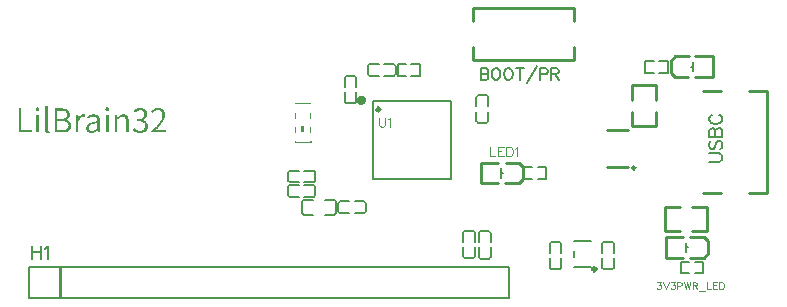
<source format=gto>
G04 Layer: TopSilkscreenLayer*
G04 EasyEDA v6.5.9, 2022-08-17 00:45:25*
G04 3d046d26f260489bb0fd4f172441b01e,e2b945bbd7ed4cf1bff08b0f7bdd4537,10*
G04 Gerber Generator version 0.2*
G04 Scale: 100 percent, Rotated: No, Reflected: No *
G04 Dimensions in millimeters *
G04 leading zeros omitted , absolute positions ,4 integer and 5 decimal *
%FSLAX45Y45*%
%MOMM*%

%ADD10C,0.1000*%
%ADD11C,0.1524*%
%ADD12C,0.2540*%
%ADD13C,0.2030*%
%ADD14C,0.2000*%
%ADD15C,0.1520*%
%ADD16C,0.2032*%
%ADD17C,0.4000*%
%ADD18C,0.3000*%
%ADD19C,0.0134*%

%LPD*%
G36*
X160680Y9790734D02*
G01*
X160680Y9595916D01*
X160985Y9588804D01*
X162102Y9582556D01*
X163880Y9577171D01*
X166522Y9572752D01*
X169926Y9569246D01*
X174142Y9566706D01*
X179273Y9565182D01*
X185318Y9564674D01*
X189585Y9564776D01*
X196138Y9565741D01*
X199034Y9566452D01*
X195732Y9584232D01*
X192379Y9583775D01*
X190398Y9583724D01*
X187553Y9584283D01*
X185318Y9586163D01*
X183794Y9589363D01*
X183286Y9594138D01*
X183286Y9790734D01*
G37*
G36*
X96926Y9782860D02*
G01*
X90474Y9781743D01*
X85496Y9778593D01*
X82296Y9773716D01*
X81178Y9767366D01*
X82296Y9760813D01*
X85496Y9755835D01*
X90474Y9752685D01*
X96926Y9751618D01*
X103124Y9752685D01*
X108102Y9755835D01*
X111455Y9760813D01*
X112674Y9767366D01*
X111455Y9773716D01*
X108102Y9778593D01*
X103124Y9781743D01*
G37*
G36*
X686968Y9782860D02*
G01*
X680516Y9781743D01*
X675538Y9778593D01*
X672338Y9773716D01*
X671220Y9767366D01*
X672338Y9760813D01*
X675538Y9755835D01*
X680516Y9752685D01*
X686968Y9751618D01*
X693267Y9752685D01*
X698246Y9755835D01*
X701497Y9760813D01*
X702716Y9767366D01*
X701497Y9773716D01*
X698246Y9778593D01*
X693267Y9781743D01*
G37*
G36*
X965606Y9776510D02*
G01*
X959866Y9776256D01*
X954328Y9775647D01*
X949045Y9774631D01*
X943914Y9773259D01*
X938987Y9771583D01*
X934262Y9769551D01*
X929690Y9767265D01*
X925271Y9764725D01*
X916940Y9758934D01*
X909218Y9752380D01*
X921664Y9737648D01*
X926084Y9741865D01*
X930859Y9745675D01*
X935888Y9749129D01*
X941222Y9752076D01*
X946810Y9754463D01*
X952601Y9756292D01*
X958646Y9757460D01*
X964844Y9757968D01*
X972718Y9757257D01*
X979728Y9755378D01*
X985875Y9752431D01*
X991006Y9748469D01*
X995121Y9743592D01*
X998169Y9737852D01*
X999998Y9731349D01*
X1000658Y9724186D01*
X1000302Y9718548D01*
X999337Y9713214D01*
X997610Y9708184D01*
X995171Y9703460D01*
X991920Y9699142D01*
X987806Y9695281D01*
X982827Y9691878D01*
X976884Y9688982D01*
X969975Y9686645D01*
X962050Y9684969D01*
X953058Y9683902D01*
X943000Y9683546D01*
X943000Y9665766D01*
X951534Y9665563D01*
X959408Y9664954D01*
X966571Y9663988D01*
X973124Y9662718D01*
X979068Y9661042D01*
X984351Y9659061D01*
X989025Y9656724D01*
X993190Y9654082D01*
X996746Y9651187D01*
X999794Y9647986D01*
X1002284Y9644481D01*
X1004316Y9640773D01*
X1005840Y9636810D01*
X1006906Y9632594D01*
X1007567Y9628174D01*
X1007770Y9623602D01*
X1007364Y9617608D01*
X1006297Y9612071D01*
X1004569Y9606940D01*
X1002233Y9602317D01*
X999236Y9598101D01*
X995730Y9594392D01*
X991717Y9591243D01*
X987196Y9588550D01*
X982268Y9586468D01*
X976884Y9584944D01*
X971143Y9584029D01*
X965098Y9583724D01*
X956360Y9584232D01*
X948385Y9585706D01*
X941171Y9587941D01*
X934618Y9590938D01*
X928573Y9594494D01*
X923086Y9598507D01*
X918006Y9602825D01*
X913282Y9607346D01*
X901598Y9592614D01*
X905002Y9589058D01*
X908761Y9585604D01*
X912825Y9582251D01*
X917194Y9579051D01*
X921918Y9576054D01*
X926998Y9573310D01*
X932484Y9570821D01*
X938377Y9568738D01*
X944676Y9567011D01*
X951433Y9565741D01*
X958646Y9564928D01*
X966368Y9564674D01*
X972972Y9564928D01*
X979373Y9565640D01*
X985570Y9566910D01*
X991514Y9568637D01*
X997102Y9570821D01*
X1002436Y9573463D01*
X1007364Y9576562D01*
X1011885Y9580067D01*
X1016050Y9584029D01*
X1019708Y9588398D01*
X1022908Y9593173D01*
X1025601Y9598304D01*
X1027734Y9603841D01*
X1029309Y9609734D01*
X1030274Y9615982D01*
X1030630Y9622586D01*
X1030224Y9629444D01*
X1029055Y9635947D01*
X1027176Y9641941D01*
X1024636Y9647529D01*
X1021537Y9652660D01*
X1017828Y9657283D01*
X1013663Y9661499D01*
X1009040Y9665157D01*
X1004011Y9668357D01*
X998677Y9671050D01*
X993038Y9673234D01*
X987196Y9674910D01*
X987196Y9676180D01*
X992479Y9678263D01*
X997458Y9680702D01*
X1002131Y9683546D01*
X1006348Y9686747D01*
X1010208Y9690303D01*
X1013663Y9694265D01*
X1016609Y9698583D01*
X1019098Y9703257D01*
X1021130Y9708286D01*
X1022553Y9713722D01*
X1023467Y9719513D01*
X1023772Y9725710D01*
X1023467Y9731552D01*
X1022603Y9737140D01*
X1021232Y9742373D01*
X1019403Y9747250D01*
X1017016Y9751771D01*
X1014171Y9755936D01*
X1010919Y9759746D01*
X1007262Y9763201D01*
X1003147Y9766249D01*
X998728Y9768941D01*
X993952Y9771227D01*
X988821Y9773107D01*
X983386Y9774580D01*
X977696Y9775647D01*
X971753Y9776256D01*
G37*
G36*
X1117244Y9776510D02*
G01*
X1111046Y9776256D01*
X1105154Y9775494D01*
X1099566Y9774326D01*
X1094181Y9772650D01*
X1089101Y9770618D01*
X1084173Y9768179D01*
X1079449Y9765334D01*
X1074877Y9762185D01*
X1070457Y9758680D01*
X1066139Y9754920D01*
X1057808Y9746538D01*
X1071270Y9733584D01*
X1075791Y9738563D01*
X1080566Y9743186D01*
X1085646Y9747300D01*
X1090980Y9750907D01*
X1096619Y9753854D01*
X1102461Y9756089D01*
X1108557Y9757460D01*
X1114958Y9757968D01*
X1121257Y9757562D01*
X1126947Y9756495D01*
X1132128Y9754717D01*
X1136700Y9752330D01*
X1140714Y9749332D01*
X1144168Y9745827D01*
X1147064Y9741814D01*
X1149400Y9737344D01*
X1151229Y9732467D01*
X1152499Y9727184D01*
X1153312Y9721646D01*
X1153566Y9715804D01*
X1153109Y9708083D01*
X1151737Y9700158D01*
X1149502Y9692030D01*
X1146302Y9683648D01*
X1142136Y9675012D01*
X1137005Y9666071D01*
X1130909Y9656876D01*
X1123797Y9647275D01*
X1115669Y9637420D01*
X1106525Y9627108D01*
X1096365Y9616440D01*
X1085088Y9605365D01*
X1072743Y9593884D01*
X1059332Y9581946D01*
X1059332Y9568230D01*
X1185824Y9568230D01*
X1185824Y9587788D01*
X1119022Y9587687D01*
X1102004Y9586823D01*
X1093622Y9586010D01*
X1105712Y9597644D01*
X1117092Y9609124D01*
X1127556Y9620402D01*
X1137158Y9631527D01*
X1145844Y9642500D01*
X1153515Y9653371D01*
X1160119Y9664090D01*
X1163066Y9669424D01*
X1168044Y9680041D01*
X1170076Y9685274D01*
X1173276Y9695738D01*
X1175258Y9706152D01*
X1175918Y9716566D01*
X1175613Y9723221D01*
X1174851Y9729571D01*
X1173581Y9735566D01*
X1171854Y9741255D01*
X1169619Y9746538D01*
X1166926Y9751466D01*
X1163777Y9755987D01*
X1160170Y9760153D01*
X1156157Y9763861D01*
X1151737Y9767112D01*
X1146911Y9769906D01*
X1141730Y9772243D01*
X1136142Y9774072D01*
X1130198Y9775393D01*
X1123848Y9776206D01*
G37*
G36*
X-62331Y9772700D02*
G01*
X-62331Y9568230D01*
X51460Y9568230D01*
X51460Y9587788D01*
X-39217Y9587788D01*
X-39217Y9772700D01*
G37*
G36*
X240690Y9772700D02*
G01*
X240690Y9754412D01*
X296570Y9754412D01*
X304495Y9754209D01*
X311759Y9753600D01*
X318363Y9752533D01*
X324256Y9751009D01*
X329488Y9749028D01*
X334060Y9746538D01*
X337972Y9743541D01*
X341122Y9739985D01*
X343611Y9735870D01*
X345389Y9731146D01*
X346506Y9725812D01*
X346862Y9719868D01*
X346506Y9714687D01*
X345541Y9709861D01*
X343916Y9705390D01*
X341579Y9701326D01*
X338531Y9697669D01*
X334721Y9694468D01*
X330200Y9691674D01*
X324815Y9689338D01*
X318668Y9687509D01*
X311658Y9686137D01*
X303784Y9685324D01*
X295046Y9685070D01*
X263804Y9685070D01*
X263804Y9754412D01*
X240690Y9754412D01*
X240690Y9667036D01*
X300634Y9667036D01*
X309575Y9666782D01*
X317804Y9666020D01*
X325374Y9664750D01*
X332232Y9662972D01*
X338378Y9660636D01*
X343712Y9657791D01*
X348335Y9654387D01*
X352145Y9650425D01*
X355142Y9645904D01*
X357276Y9640824D01*
X358597Y9635185D01*
X359054Y9628936D01*
X358800Y9623653D01*
X358038Y9618726D01*
X356768Y9614154D01*
X354990Y9609988D01*
X352806Y9606178D01*
X350113Y9602724D01*
X347014Y9599625D01*
X343458Y9596882D01*
X339445Y9594443D01*
X335076Y9592411D01*
X330250Y9590633D01*
X325069Y9589211D01*
X319481Y9588144D01*
X313537Y9587382D01*
X307238Y9586925D01*
X300634Y9586772D01*
X263804Y9586772D01*
X263804Y9667036D01*
X240690Y9667036D01*
X240690Y9568230D01*
X304190Y9568230D01*
X310946Y9568383D01*
X317500Y9568789D01*
X323799Y9569551D01*
X329895Y9570567D01*
X335686Y9571939D01*
X341172Y9573564D01*
X346405Y9575495D01*
X351282Y9577730D01*
X355904Y9580270D01*
X360121Y9583115D01*
X364032Y9586214D01*
X367588Y9589668D01*
X370789Y9593376D01*
X373583Y9597440D01*
X376021Y9601758D01*
X378002Y9606381D01*
X379577Y9611309D01*
X380695Y9616541D01*
X381406Y9622078D01*
X381660Y9627920D01*
X381304Y9634626D01*
X380238Y9640925D01*
X378561Y9646716D01*
X376224Y9652000D01*
X373329Y9656876D01*
X369874Y9661194D01*
X365861Y9665055D01*
X361391Y9668459D01*
X356463Y9671354D01*
X351078Y9673793D01*
X345338Y9675723D01*
X339242Y9677196D01*
X339242Y9678212D01*
X346151Y9681159D01*
X352247Y9685070D01*
X357479Y9689795D01*
X361797Y9695281D01*
X365201Y9701377D01*
X367690Y9708032D01*
X369214Y9715144D01*
X369722Y9722662D01*
X369366Y9729063D01*
X368401Y9735007D01*
X366826Y9740442D01*
X364642Y9745472D01*
X361899Y9749993D01*
X358597Y9754108D01*
X354736Y9757765D01*
X350418Y9761016D01*
X345541Y9763810D01*
X340258Y9766249D01*
X334518Y9768230D01*
X328320Y9769856D01*
X321767Y9771126D01*
X314807Y9771989D01*
X307492Y9772497D01*
X299872Y9772700D01*
G37*
G36*
X485038Y9722916D02*
G01*
X478739Y9722307D01*
X472592Y9720630D01*
X466699Y9717938D01*
X461111Y9714280D01*
X455828Y9709759D01*
X450900Y9704374D01*
X446379Y9698228D01*
X442366Y9691420D01*
X441350Y9691420D01*
X439318Y9719106D01*
X420776Y9719106D01*
X420776Y9568230D01*
X443382Y9568230D01*
X443382Y9666528D01*
X447497Y9675622D01*
X452018Y9683242D01*
X456844Y9689439D01*
X461822Y9694316D01*
X467004Y9697974D01*
X472135Y9700463D01*
X477266Y9701885D01*
X482244Y9702342D01*
X486206Y9702190D01*
X489610Y9701733D01*
X496468Y9699802D01*
X501040Y9719614D01*
X497281Y9721189D01*
X493471Y9722205D01*
X489458Y9722713D01*
G37*
G36*
X574700Y9722916D02*
G01*
X568655Y9722662D01*
X562762Y9722053D01*
X557072Y9721037D01*
X546252Y9718090D01*
X536295Y9714230D01*
X527304Y9709810D01*
X516026Y9703104D01*
X525170Y9687356D01*
X534670Y9693402D01*
X540004Y9696196D01*
X545642Y9698786D01*
X551637Y9700920D01*
X557885Y9702647D01*
X564388Y9703714D01*
X571144Y9704120D01*
X577189Y9703663D01*
X582523Y9702495D01*
X587146Y9700615D01*
X591058Y9698075D01*
X594360Y9694976D01*
X597052Y9691420D01*
X599186Y9687407D01*
X600811Y9683038D01*
X601980Y9678365D01*
X602742Y9673539D01*
X603097Y9668510D01*
X603148Y9663480D01*
X584758Y9661042D01*
X568553Y9658045D01*
X561187Y9656318D01*
X554380Y9654387D01*
X548081Y9652304D01*
X542239Y9650069D01*
X536905Y9647631D01*
X532079Y9644989D01*
X527761Y9642144D01*
X523900Y9639147D01*
X520496Y9635896D01*
X517601Y9632492D01*
X515162Y9628835D01*
X513181Y9624923D01*
X511606Y9620808D01*
X510540Y9616490D01*
X509879Y9611918D01*
X509729Y9608362D01*
X531774Y9608362D01*
X531977Y9612172D01*
X532638Y9615779D01*
X533755Y9619234D01*
X535381Y9622485D01*
X537565Y9625533D01*
X540258Y9628428D01*
X543560Y9631172D01*
X547420Y9633712D01*
X551942Y9636099D01*
X557123Y9638284D01*
X562914Y9640366D01*
X569468Y9642246D01*
X576732Y9643973D01*
X584758Y9645548D01*
X593547Y9646970D01*
X603148Y9648240D01*
X603148Y9604044D01*
X597509Y9599168D01*
X592074Y9594951D01*
X586689Y9591344D01*
X581406Y9588347D01*
X576122Y9586010D01*
X570788Y9584283D01*
X565302Y9583267D01*
X559714Y9582962D01*
X554024Y9583318D01*
X548792Y9584385D01*
X544068Y9586214D01*
X539902Y9588855D01*
X536498Y9592360D01*
X533958Y9596780D01*
X532333Y9602063D01*
X531774Y9608362D01*
X509729Y9608362D01*
X510032Y9600488D01*
X511200Y9594392D01*
X513029Y9588855D01*
X515518Y9583877D01*
X518617Y9579457D01*
X522274Y9575596D01*
X526491Y9572294D01*
X531164Y9569551D01*
X536244Y9567418D01*
X541680Y9565894D01*
X547522Y9564979D01*
X553618Y9564674D01*
X560578Y9565081D01*
X567436Y9566351D01*
X574090Y9568383D01*
X580593Y9571024D01*
X586943Y9574276D01*
X592988Y9578035D01*
X598830Y9582251D01*
X604418Y9586772D01*
X605180Y9586772D01*
X607212Y9568230D01*
X625754Y9568230D01*
X625754Y9661702D01*
X625551Y9668357D01*
X625043Y9674758D01*
X624179Y9680803D01*
X622909Y9686594D01*
X621284Y9691979D01*
X619201Y9697008D01*
X616762Y9701682D01*
X613918Y9705898D01*
X610616Y9709708D01*
X606907Y9713112D01*
X602742Y9716008D01*
X598068Y9718446D01*
X592988Y9720376D01*
X587400Y9721748D01*
X581304Y9722612D01*
G37*
G36*
X823112Y9722916D02*
G01*
X815594Y9722358D01*
X808532Y9720834D01*
X801776Y9718446D01*
X795426Y9715296D01*
X789279Y9711436D01*
X783437Y9707016D01*
X777798Y9702190D01*
X772312Y9697008D01*
X771550Y9697008D01*
X769264Y9719106D01*
X750722Y9719106D01*
X750722Y9568230D01*
X773328Y9568230D01*
X773328Y9678466D01*
X779018Y9684156D01*
X784453Y9689134D01*
X789686Y9693402D01*
X794816Y9696856D01*
X799947Y9699599D01*
X805180Y9701530D01*
X810666Y9702698D01*
X816508Y9703104D01*
X821436Y9702800D01*
X825906Y9701987D01*
X829919Y9700666D01*
X833424Y9698685D01*
X836523Y9696196D01*
X839165Y9693097D01*
X841349Y9689388D01*
X843127Y9685020D01*
X844499Y9680041D01*
X845464Y9674402D01*
X846023Y9668154D01*
X846226Y9661194D01*
X846226Y9568230D01*
X869340Y9568230D01*
X869340Y9663988D01*
X869137Y9670999D01*
X868629Y9677603D01*
X867765Y9683750D01*
X866546Y9689439D01*
X864920Y9694722D01*
X862990Y9699599D01*
X860704Y9703968D01*
X858012Y9707930D01*
X854964Y9711385D01*
X851560Y9714433D01*
X847750Y9717024D01*
X843584Y9719106D01*
X839063Y9720783D01*
X834136Y9721951D01*
X828802Y9722662D01*
G37*
G36*
X85496Y9719106D02*
G01*
X85496Y9568230D01*
X108102Y9568230D01*
X108102Y9719106D01*
G37*
G36*
X675538Y9719106D02*
G01*
X675538Y9568230D01*
X698144Y9568230D01*
X698144Y9719106D01*
G37*
D10*
X5345341Y8300636D02*
G01*
X5375567Y8300636D01*
X5359057Y8278792D01*
X5367185Y8278792D01*
X5372773Y8275998D01*
X5375567Y8273204D01*
X5378107Y8265076D01*
X5378107Y8259742D01*
X5375567Y8251360D01*
X5369979Y8246026D01*
X5361851Y8243232D01*
X5353723Y8243232D01*
X5345341Y8246026D01*
X5342801Y8248820D01*
X5340007Y8254154D01*
X5396141Y8300636D02*
G01*
X5417985Y8243232D01*
X5439829Y8300636D02*
G01*
X5417985Y8243232D01*
X5463197Y8300636D02*
G01*
X5493169Y8300636D01*
X5476913Y8278792D01*
X5485041Y8278792D01*
X5490629Y8275998D01*
X5493169Y8273204D01*
X5495963Y8265076D01*
X5495963Y8259742D01*
X5493169Y8251360D01*
X5487835Y8246026D01*
X5479707Y8243232D01*
X5471325Y8243232D01*
X5463197Y8246026D01*
X5460657Y8248820D01*
X5457863Y8254154D01*
X5513997Y8300636D02*
G01*
X5513997Y8243232D01*
X5513997Y8300636D02*
G01*
X5538635Y8300636D01*
X5546763Y8297842D01*
X5549557Y8295048D01*
X5552097Y8289714D01*
X5552097Y8281332D01*
X5549557Y8275998D01*
X5546763Y8273204D01*
X5538635Y8270410D01*
X5513997Y8270410D01*
X5570131Y8300636D02*
G01*
X5583847Y8243232D01*
X5597563Y8300636D02*
G01*
X5583847Y8243232D01*
X5597563Y8300636D02*
G01*
X5611025Y8243232D01*
X5624741Y8300636D02*
G01*
X5611025Y8243232D01*
X5642775Y8300636D02*
G01*
X5642775Y8243232D01*
X5642775Y8300636D02*
G01*
X5667159Y8300636D01*
X5675541Y8297842D01*
X5678081Y8295048D01*
X5680875Y8289714D01*
X5680875Y8284126D01*
X5678081Y8278792D01*
X5675541Y8275998D01*
X5667159Y8273204D01*
X5642775Y8273204D01*
X5661825Y8273204D02*
G01*
X5680875Y8243232D01*
X5698909Y8224182D02*
G01*
X5747931Y8224182D01*
X5765965Y8300636D02*
G01*
X5765965Y8243232D01*
X5765965Y8243232D02*
G01*
X5798731Y8243232D01*
X5816765Y8300636D02*
G01*
X5816765Y8243232D01*
X5816765Y8300636D02*
G01*
X5852071Y8300636D01*
X5816765Y8273204D02*
G01*
X5838609Y8273204D01*
X5816765Y8243232D02*
G01*
X5852071Y8243232D01*
X5870105Y8300636D02*
G01*
X5870105Y8243232D01*
X5870105Y8300636D02*
G01*
X5889155Y8300636D01*
X5897537Y8297842D01*
X5902871Y8292254D01*
X5905665Y8286920D01*
X5908459Y8278792D01*
X5908459Y8265076D01*
X5905665Y8256948D01*
X5902871Y8251360D01*
X5897537Y8246026D01*
X5889155Y8243232D01*
X5870105Y8243232D01*
D11*
X3849916Y10110792D02*
G01*
X3849916Y10015542D01*
X3849916Y10110792D02*
G01*
X3890810Y10110792D01*
X3904526Y10106220D01*
X3909098Y10101902D01*
X3913670Y10092758D01*
X3913670Y10083614D01*
X3909098Y10074470D01*
X3904526Y10069898D01*
X3890810Y10065326D01*
X3849916Y10065326D02*
G01*
X3890810Y10065326D01*
X3904526Y10061008D01*
X3909098Y10056436D01*
X3913670Y10047292D01*
X3913670Y10033576D01*
X3909098Y10024432D01*
X3904526Y10019860D01*
X3890810Y10015542D01*
X3849916Y10015542D01*
X3970820Y10110792D02*
G01*
X3961930Y10106220D01*
X3952786Y10097330D01*
X3948214Y10088186D01*
X3943642Y10074470D01*
X3943642Y10051864D01*
X3948214Y10038148D01*
X3952786Y10029004D01*
X3961930Y10019860D01*
X3970820Y10015542D01*
X3989108Y10015542D01*
X3998252Y10019860D01*
X4007142Y10029004D01*
X4011714Y10038148D01*
X4016286Y10051864D01*
X4016286Y10074470D01*
X4011714Y10088186D01*
X4007142Y10097330D01*
X3998252Y10106220D01*
X3989108Y10110792D01*
X3970820Y10110792D01*
X4073690Y10110792D02*
G01*
X4064546Y10106220D01*
X4055402Y10097330D01*
X4050830Y10088186D01*
X4046258Y10074470D01*
X4046258Y10051864D01*
X4050830Y10038148D01*
X4055402Y10029004D01*
X4064546Y10019860D01*
X4073690Y10015542D01*
X4091724Y10015542D01*
X4100868Y10019860D01*
X4110012Y10029004D01*
X4114584Y10038148D01*
X4119156Y10051864D01*
X4119156Y10074470D01*
X4114584Y10088186D01*
X4110012Y10097330D01*
X4100868Y10106220D01*
X4091724Y10110792D01*
X4073690Y10110792D01*
X4180878Y10110792D02*
G01*
X4180878Y10015542D01*
X4149128Y10110792D02*
G01*
X4212628Y10110792D01*
X4324642Y10129080D02*
G01*
X4242600Y9983538D01*
X4354614Y10110792D02*
G01*
X4354614Y10015542D01*
X4354614Y10110792D02*
G01*
X4395508Y10110792D01*
X4408970Y10106220D01*
X4413542Y10101902D01*
X4418114Y10092758D01*
X4418114Y10079042D01*
X4413542Y10069898D01*
X4408970Y10065326D01*
X4395508Y10061008D01*
X4354614Y10061008D01*
X4448086Y10110792D02*
G01*
X4448086Y10015542D01*
X4448086Y10110792D02*
G01*
X4488980Y10110792D01*
X4502696Y10106220D01*
X4507268Y10101902D01*
X4511840Y10092758D01*
X4511840Y10083614D01*
X4507268Y10074470D01*
X4502696Y10069898D01*
X4488980Y10065326D01*
X4448086Y10065326D01*
X4480090Y10065326D02*
G01*
X4511840Y10015542D01*
D10*
X3928318Y9445035D02*
G01*
X3928318Y9368581D01*
X3928318Y9368581D02*
G01*
X3971752Y9368581D01*
X3995882Y9445035D02*
G01*
X3995882Y9368581D01*
X3995882Y9445035D02*
G01*
X4043126Y9445035D01*
X3995882Y9408459D02*
G01*
X4024838Y9408459D01*
X3995882Y9368581D02*
G01*
X4043126Y9368581D01*
X4067002Y9445035D02*
G01*
X4067002Y9368581D01*
X4067002Y9445035D02*
G01*
X4092656Y9445035D01*
X4103578Y9441225D01*
X4110690Y9434113D01*
X4114500Y9426747D01*
X4118056Y9415825D01*
X4118056Y9397537D01*
X4114500Y9386869D01*
X4110690Y9379503D01*
X4103578Y9372137D01*
X4092656Y9368581D01*
X4067002Y9368581D01*
X4141932Y9430303D02*
G01*
X4149298Y9434113D01*
X4160220Y9445035D01*
X4160220Y9368581D01*
X2988198Y9694976D02*
G01*
X2988198Y9640366D01*
X2991754Y9629444D01*
X2999120Y9622078D01*
X3010042Y9618522D01*
X3017408Y9618522D01*
X3028076Y9622078D01*
X3035442Y9629444D01*
X3038998Y9640366D01*
X3038998Y9694976D01*
X3063128Y9680498D02*
G01*
X3070494Y9684054D01*
X3081162Y9694976D01*
X3081162Y9618522D01*
D11*
X5784631Y9319905D02*
G01*
X5862609Y9319905D01*
X5878103Y9325239D01*
X5888517Y9335653D01*
X5893851Y9351147D01*
X5893851Y9361561D01*
X5888517Y9377055D01*
X5878103Y9387469D01*
X5862609Y9392803D01*
X5784631Y9392803D01*
X5800125Y9499737D02*
G01*
X5789965Y9489323D01*
X5784631Y9473829D01*
X5784631Y9453001D01*
X5789965Y9437507D01*
X5800125Y9427093D01*
X5810539Y9427093D01*
X5820953Y9432173D01*
X5826287Y9437507D01*
X5831367Y9447667D01*
X5841781Y9478909D01*
X5847115Y9489323D01*
X5852195Y9494657D01*
X5862609Y9499737D01*
X5878103Y9499737D01*
X5888517Y9489323D01*
X5893851Y9473829D01*
X5893851Y9453001D01*
X5888517Y9437507D01*
X5878103Y9427093D01*
X5784631Y9534027D02*
G01*
X5893851Y9534027D01*
X5784631Y9534027D02*
G01*
X5784631Y9580763D01*
X5789965Y9596257D01*
X5795045Y9601591D01*
X5805459Y9606671D01*
X5815873Y9606671D01*
X5826287Y9601591D01*
X5831367Y9596257D01*
X5836701Y9580763D01*
X5836701Y9534027D02*
G01*
X5836701Y9580763D01*
X5841781Y9596257D01*
X5847115Y9601591D01*
X5857275Y9606671D01*
X5873023Y9606671D01*
X5883437Y9601591D01*
X5888517Y9596257D01*
X5893851Y9580763D01*
X5893851Y9534027D01*
X5810539Y9718939D02*
G01*
X5800125Y9713859D01*
X5789965Y9703445D01*
X5784631Y9693031D01*
X5784631Y9672203D01*
X5789965Y9661789D01*
X5800125Y9651375D01*
X5810539Y9646295D01*
X5826287Y9640961D01*
X5852195Y9640961D01*
X5867689Y9646295D01*
X5878103Y9651375D01*
X5888517Y9661789D01*
X5893851Y9672203D01*
X5893851Y9693031D01*
X5888517Y9703445D01*
X5878103Y9713859D01*
X5867689Y9718939D01*
X49989Y8605301D02*
G01*
X49989Y8496335D01*
X122633Y8605301D02*
G01*
X122633Y8496335D01*
X49989Y8553485D02*
G01*
X122633Y8553485D01*
X156923Y8584473D02*
G01*
X167337Y8589807D01*
X183085Y8605301D01*
X183085Y8496335D01*
G36*
X2325014Y9619894D02*
G01*
X2325014Y9569094D01*
X2350414Y9569094D01*
X2350414Y9619894D01*
G37*
D12*
X5814133Y10039479D02*
G01*
X5814133Y10212199D01*
X5814133Y10212199D02*
G01*
X5666813Y10212199D01*
X5814133Y10039479D02*
G01*
X5666813Y10039479D01*
X5608393Y10212199D02*
G01*
X5491553Y10212199D01*
X5605853Y10039479D02*
G01*
X5491553Y10039479D01*
X5491553Y10039479D02*
G01*
X5455993Y10075039D01*
X5455993Y10176639D01*
X5491553Y10212199D01*
D13*
X5645223Y10085199D02*
G01*
X5645223Y10163939D01*
X5645223Y10125044D02*
G01*
X5627687Y10125044D01*
D11*
X5315008Y10075979D02*
G01*
X5243205Y10075979D01*
X5243205Y10175699D01*
X5315008Y10175699D01*
X5360250Y10075979D02*
G01*
X5432054Y10075979D01*
X5432054Y10175699D01*
X5360250Y10175699D01*
D10*
X2401699Y9493791D02*
G01*
X2401699Y9489104D01*
X2274699Y9489104D01*
X2401699Y9613790D02*
G01*
X2401699Y9574621D01*
X2401699Y9733790D02*
G01*
X2401699Y9694621D01*
X2274699Y9814620D02*
G01*
X2274699Y9819304D01*
X2401699Y9819304D01*
X2401699Y9814620D01*
X2274699Y9694621D02*
G01*
X2274699Y9733790D01*
X2274699Y9574621D02*
G01*
X2274699Y9613790D01*
X2274699Y9489104D02*
G01*
X2274699Y9493791D01*
D12*
X5416232Y8682095D02*
G01*
X5416232Y8509375D01*
X5416232Y8509375D02*
G01*
X5563552Y8509375D01*
X5416232Y8682095D02*
G01*
X5563552Y8682095D01*
X5621972Y8509375D02*
G01*
X5738812Y8509375D01*
X5624512Y8682095D02*
G01*
X5738812Y8682095D01*
X5738812Y8682095D02*
G01*
X5774372Y8646535D01*
X5774372Y8544935D01*
X5738812Y8509375D01*
D13*
X5585142Y8636375D02*
G01*
X5585142Y8557635D01*
X5585142Y8596530D02*
G01*
X5602678Y8596530D01*
D11*
X5615053Y8375870D02*
G01*
X5543250Y8375870D01*
X5543250Y8475591D01*
X5615053Y8475591D01*
X5660296Y8375870D02*
G01*
X5732099Y8375870D01*
X5732099Y8475591D01*
X5660296Y8475591D01*
D12*
X4639952Y10179989D02*
G01*
X3779959Y10179989D01*
X4639952Y10619968D02*
G01*
X3779959Y10619968D01*
X3779959Y10179989D02*
G01*
X3779959Y10289674D01*
X3779959Y10510283D02*
G01*
X3779959Y10619968D01*
X4639952Y10179989D02*
G01*
X4639952Y10289674D01*
X4639952Y10510283D02*
G01*
X4639952Y10619968D01*
D11*
X3832131Y8719614D02*
G01*
X3832131Y8640605D01*
X3931851Y8640605D02*
G01*
X3931851Y8719614D01*
X3916611Y8734854D02*
G01*
X3847371Y8734854D01*
X3832131Y8516353D02*
G01*
X3832131Y8595362D01*
X3931851Y8595362D02*
G01*
X3931851Y8516353D01*
X3916611Y8501113D02*
G01*
X3847371Y8501113D01*
X2796969Y9830407D02*
G01*
X2796969Y9909416D01*
X2697248Y9909416D02*
G01*
X2697248Y9830407D01*
X2712488Y9815167D02*
G01*
X2781729Y9815167D01*
X2796969Y10033668D02*
G01*
X2796969Y9954658D01*
X2697248Y9954658D02*
G01*
X2697248Y10033668D01*
X2712488Y10048908D02*
G01*
X2781729Y10048908D01*
X3812341Y9869454D02*
G01*
X3812341Y9790445D01*
X3912062Y9790445D02*
G01*
X3912062Y9869454D01*
X3896822Y9884694D02*
G01*
X3827581Y9884694D01*
X3812341Y9666193D02*
G01*
X3812341Y9745202D01*
X3912062Y9745202D02*
G01*
X3912062Y9666193D01*
X3896822Y9650953D02*
G01*
X3827581Y9650953D01*
X2909671Y10048163D02*
G01*
X2988680Y10048163D01*
X2988680Y10147884D02*
G01*
X2909671Y10147884D01*
X2894431Y10132644D02*
G01*
X2894431Y10063403D01*
X3112932Y10048163D02*
G01*
X3033923Y10048163D01*
X3033923Y10147884D02*
G01*
X3112932Y10147884D01*
X3128172Y10132644D02*
G01*
X3128172Y10063403D01*
X3700132Y8721613D02*
G01*
X3700132Y8642604D01*
X3799852Y8642604D02*
G01*
X3799852Y8721613D01*
X3784612Y8736853D02*
G01*
X3715372Y8736853D01*
X3700132Y8518352D02*
G01*
X3700132Y8597361D01*
X3799852Y8597361D02*
G01*
X3799852Y8518352D01*
X3784612Y8503112D02*
G01*
X3715372Y8503112D01*
X2433896Y9245810D02*
G01*
X2354887Y9245810D01*
X2354887Y9146090D02*
G01*
X2433896Y9146090D01*
X2449136Y9161330D02*
G01*
X2449136Y9230570D01*
X2230635Y9245810D02*
G01*
X2309644Y9245810D01*
X2309644Y9146090D02*
G01*
X2230635Y9146090D01*
X2215395Y9161330D02*
G01*
X2215395Y9230570D01*
X2433896Y9123410D02*
G01*
X2354887Y9123410D01*
X2354887Y9023690D02*
G01*
X2433896Y9023690D01*
X2449136Y9038930D02*
G01*
X2449136Y9108170D01*
X2230635Y9123410D02*
G01*
X2309644Y9123410D01*
X2309644Y9023690D02*
G01*
X2230635Y9023690D01*
X2215395Y9038930D02*
G01*
X2215395Y9108170D01*
X2656568Y8884345D02*
G01*
X2735577Y8884345D01*
X2735577Y8984066D02*
G01*
X2656568Y8984066D01*
X2641328Y8968826D02*
G01*
X2641328Y8899585D01*
X2859829Y8884345D02*
G01*
X2780819Y8884345D01*
X2780819Y8984066D02*
G01*
X2859829Y8984066D01*
X2875069Y8968826D02*
G01*
X2875069Y8899585D01*
X4977536Y8424100D02*
G01*
X4977536Y8503109D01*
X4877815Y8503109D02*
G01*
X4877815Y8424100D01*
X4893056Y8408860D02*
G01*
X4962296Y8408860D01*
X4977536Y8627361D02*
G01*
X4977536Y8548352D01*
X4877815Y8548352D02*
G01*
X4877815Y8627361D01*
X4893056Y8642601D02*
G01*
X4962296Y8642601D01*
X4532017Y8424009D02*
G01*
X4532017Y8503018D01*
X4432297Y8503018D02*
G01*
X4432297Y8424009D01*
X4447537Y8408769D02*
G01*
X4516777Y8408769D01*
X4532017Y8627270D02*
G01*
X4532017Y8548260D01*
X4432297Y8548260D02*
G01*
X4432297Y8627270D01*
X4447537Y8642510D02*
G01*
X4516777Y8642510D01*
D12*
X4915677Y9588720D02*
G01*
X5095679Y9588720D01*
X4915677Y9278719D02*
G01*
X5095679Y9278719D01*
X3851666Y9310565D02*
G01*
X3851666Y9137845D01*
X3851666Y9137845D02*
G01*
X3998986Y9137845D01*
X3851666Y9310565D02*
G01*
X3998986Y9310565D01*
X4057406Y9137845D02*
G01*
X4174246Y9137845D01*
X4059946Y9310565D02*
G01*
X4174246Y9310565D01*
X4174246Y9310565D02*
G01*
X4209806Y9275005D01*
X4209806Y9173405D01*
X4174246Y9137845D01*
D13*
X4020576Y9264845D02*
G01*
X4020576Y9186105D01*
X4020576Y9225000D02*
G01*
X4038112Y9225000D01*
D11*
X3217280Y10048163D02*
G01*
X3145477Y10048163D01*
X3145477Y10147884D01*
X3217280Y10147884D01*
X3262523Y10048163D02*
G01*
X3334326Y10048163D01*
X3334326Y10147884D01*
X3262523Y10147884D01*
X4330816Y9274065D02*
G01*
X4402620Y9274065D01*
X4402620Y9174345D01*
X4330816Y9174345D01*
X4285574Y9274065D02*
G01*
X4213771Y9274065D01*
X4213771Y9174345D01*
X4285574Y9174345D01*
D14*
X3599312Y9790684D02*
G01*
X3599312Y9170924D01*
X2933832Y9170924D01*
X2933832Y9833863D01*
X3599312Y9833863D01*
X3599312Y9757663D01*
D15*
X2355098Y8868415D02*
G01*
X2431298Y8868415D01*
X2608099Y8868415D02*
G01*
X2531899Y8868415D01*
X2608099Y9000535D02*
G01*
X2531899Y9000535D01*
D11*
X2608099Y9000535D02*
G01*
X2623329Y8985293D01*
X2623329Y8883650D01*
X2608099Y8868415D01*
D15*
X2355098Y9000535D02*
G01*
X2431298Y9000535D01*
D11*
X2355098Y8868415D02*
G01*
X2339855Y8883650D01*
X2339855Y8985293D01*
X2355098Y9000535D01*
X4780881Y8645959D02*
G01*
X4640640Y8645959D01*
X4780881Y8430712D02*
G01*
X4640640Y8430712D01*
X4640640Y8564730D02*
G01*
X4640640Y8511941D01*
D12*
X5329671Y9845728D02*
G01*
X5329671Y9970729D01*
X5125679Y9845728D02*
G01*
X5125679Y9970729D01*
X5329671Y9745728D02*
G01*
X5329671Y9620727D01*
X5125679Y9745728D02*
G01*
X5125679Y9620727D01*
X5329671Y9970731D02*
G01*
X5125679Y9970729D01*
X5329671Y9620727D02*
G01*
X5125679Y9620727D01*
X5537674Y8937726D02*
G01*
X5412673Y8937726D01*
X5537674Y8733734D02*
G01*
X5412673Y8733734D01*
X5637674Y8937726D02*
G01*
X5762675Y8937726D01*
X5637674Y8733734D02*
G01*
X5762675Y8733734D01*
X5412671Y8937726D02*
G01*
X5412673Y8733734D01*
X5762675Y8937726D02*
G01*
X5762675Y8733734D01*
X5881982Y9917526D02*
G01*
X5729582Y9917526D01*
X6123282Y9053926D02*
G01*
X6275682Y9053926D01*
X6275682Y9917526D01*
X6123282Y9917526D01*
X5729582Y9053926D02*
G01*
X5881982Y9053926D01*
X285871Y8429683D02*
G01*
X285871Y8175683D01*
D16*
X4091995Y8429683D02*
G01*
X27995Y8429683D01*
X27995Y8162983D01*
X4091995Y8162983D01*
X4091995Y8429683D01*
D11*
G75*
G01*
X3931851Y8719614D02*
G03*
X3916611Y8734854I-15240J0D01*
G75*
G01*
X3847371Y8734854D02*
G03*
X3832131Y8719614I0J-15240D01*
G75*
G01*
X3931851Y8516353D02*
G02*
X3916611Y8501113I-15240J0D01*
G75*
G01*
X3847371Y8501113D02*
G02*
X3832131Y8516353I0J15240D01*
G75*
G01*
X2697249Y9830407D02*
G03*
X2712489Y9815167I15240J0D01*
G75*
G01*
X2781729Y9815167D02*
G03*
X2796969Y9830407I0J15240D01*
G75*
G01*
X2697249Y10033668D02*
G02*
X2712489Y10048908I15240J0D01*
G75*
G01*
X2781729Y10048908D02*
G02*
X2796969Y10033668I0J-15240D01*
G75*
G01*
X3912062Y9869454D02*
G03*
X3896822Y9884694I-15240J0D01*
G75*
G01*
X3827582Y9884694D02*
G03*
X3812342Y9869454I0J-15240D01*
G75*
G01*
X3912062Y9666194D02*
G02*
X3896822Y9650954I-15240J0D01*
G75*
G01*
X3827582Y9650954D02*
G02*
X3812342Y9666194I0J15240D01*
G75*
G01*
X2909672Y10147884D02*
G03*
X2894432Y10132644I0J-15240D01*
G75*
G01*
X2894432Y10063404D02*
G03*
X2909672Y10048164I15240J0D01*
G75*
G01*
X3112933Y10147884D02*
G02*
X3128173Y10132644I0J-15240D01*
G75*
G01*
X3128173Y10063404D02*
G02*
X3112933Y10048164I-15240J0D01*
G75*
G01*
X3799853Y8721613D02*
G03*
X3784613Y8736853I-15240J0D01*
G75*
G01*
X3715372Y8736853D02*
G03*
X3700132Y8721613I0J-15240D01*
G75*
G01*
X3799853Y8518352D02*
G02*
X3784613Y8503112I-15240J0D01*
G75*
G01*
X3715372Y8503112D02*
G02*
X3700132Y8518352I0J15240D01*
G75*
G01*
X2433897Y9146090D02*
G03*
X2449137Y9161330I0J15240D01*
G75*
G01*
X2449137Y9230571D02*
G03*
X2433897Y9245811I-15240J0D01*
G75*
G01*
X2230636Y9146090D02*
G02*
X2215396Y9161330I0J15240D01*
G75*
G01*
X2215396Y9230571D02*
G02*
X2230636Y9245811I15240J0D01*
G75*
G01*
X2433897Y9023690D02*
G03*
X2449137Y9038930I0J15240D01*
G75*
G01*
X2449137Y9108171D02*
G03*
X2433897Y9123411I-15240J0D01*
G75*
G01*
X2230636Y9023690D02*
G02*
X2215396Y9038930I0J15240D01*
G75*
G01*
X2215396Y9108171D02*
G02*
X2230636Y9123411I15240J0D01*
G75*
G01*
X2656568Y8984066D02*
G03*
X2641328Y8968826I0J-15240D01*
G75*
G01*
X2641328Y8899586D02*
G03*
X2656568Y8884346I15240J0D01*
G75*
G01*
X2859829Y8984066D02*
G02*
X2875069Y8968826I0J-15240D01*
G75*
G01*
X2875069Y8899586D02*
G02*
X2859829Y8884346I-15240J0D01*
G75*
G01*
X4877816Y8424100D02*
G03*
X4893056Y8408860I15240J1D01*
G75*
G01*
X4962296Y8408860D02*
G03*
X4977536Y8424100I0J15241D01*
G75*
G01*
X4877816Y8627361D02*
G02*
X4893056Y8642601I15240J0D01*
G75*
G01*
X4962296Y8642601D02*
G02*
X4977536Y8627361I0J-15240D01*
G75*
G01*
X4432297Y8424009D02*
G03*
X4447537Y8408769I15240J0D01*
G75*
G01*
X4516778Y8408769D02*
G03*
X4532018Y8424009I0J15240D01*
G75*
G01*
X4432297Y8627270D02*
G02*
X4447537Y8642510I15240J0D01*
G75*
G01*
X4516778Y8642510D02*
G02*
X4532018Y8627270I0J-15240D01*
D17*
G75*
G01*
X2859303Y9840123D02*
G03*
X2859303Y9839869I-19999J-127D01*
D10*
G75*
G01
X2422398Y9489110D02*
G03X2422398Y9489110I-8001J0D01*
D12*
G75*
G01
X5158080Y9268638D02*
G03X5158080Y9268638I-12700J0D01*
G75*
G01
X2999334Y9763125D02*
G03X2999334Y9763125I-17043J0D01*
D18*
G75*
G01
X4825263Y8412353D02*
G03X4825263Y8412353I-15011J0D01*
M02*

</source>
